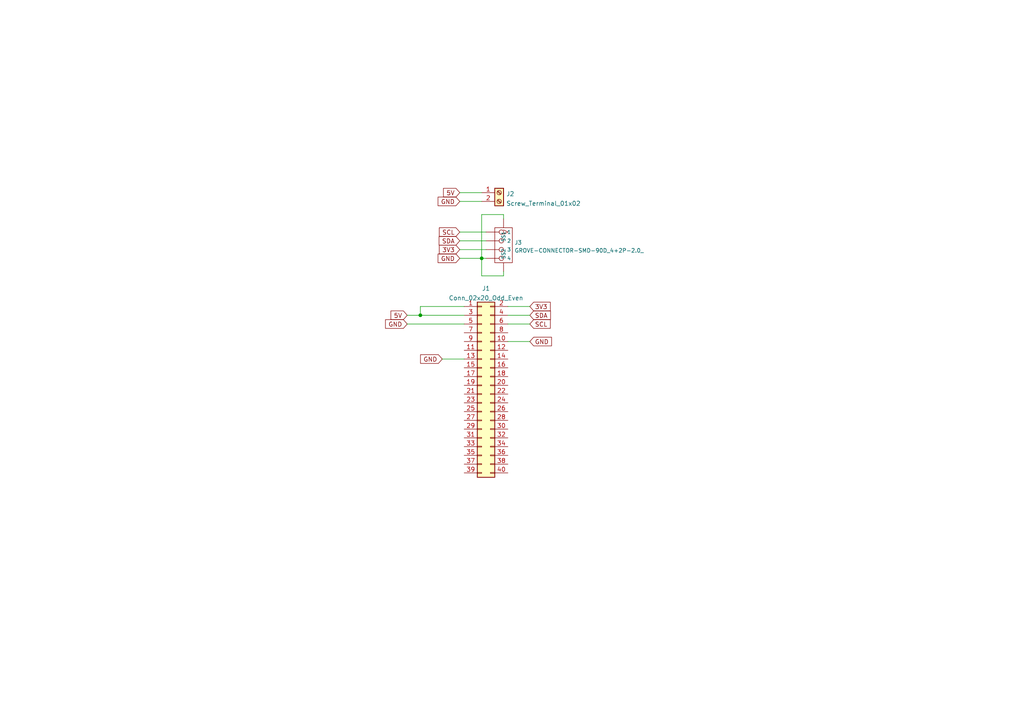
<source format=kicad_sch>
(kicad_sch (version 20211123) (generator eeschema)
  (paper "A4")
  (lib_symbols
    (symbol "Connector:Screw_Terminal_01x02" (pin_names (offset 1.016) hide)
      (property "Reference" "J" (at 0 2.54 0))
      (property "Value" "Screw_Terminal_01x02" (at 0 -5.08 0))
      (symbol "Screw_Terminal_01x02_1_1"
        (rectangle (start -1.27 1.27) (end 1.27 -3.81) (stroke (width 0.254)) (fill (type background)))
        (circle (center 0 -2.54) (radius 0.635) (stroke (width 0.1524)))
        (polyline (pts (xy -0.5334 -2.2098) (xy 0.3302 -3.048)) (stroke (width 0.1524)))
        (polyline (pts (xy -0.5334 0.3302) (xy 0.3302 -0.508)) (stroke (width 0.1524)))
        (polyline (pts (xy -0.3556 -2.032) (xy 0.508 -2.8702)) (stroke (width 0.1524)))
        (polyline (pts (xy -0.3556 0.508) (xy 0.508 -0.3302)) (stroke (width 0.1524)))
        (circle (center 0 0) (radius 0.635) (stroke (width 0.1524)))
        (pin passive line (at -5.08 0 0) (length 3.81) (name "Pin_1") (number "1"))
        (pin passive line (at -5.08 -2.54 0) (length 3.81) (name "Pin_2") (number "2"))
      )
    )
    (symbol "Connector_Generic:Conn_02x20_Odd_Even" (pin_names (offset 1.016) hide)
      (property "Reference" "J" (at 1.27 25.4 0))
      (property "Value" "Conn_02x20_Odd_Even" (at 1.27 -27.94 0))
      (symbol "Conn_02x20_Odd_Even_1_1"
        (rectangle (start -1.27 -25.273) (end 0 -25.527) (stroke (width 0.1524)))
        (rectangle (start -1.27 -22.733) (end 0 -22.987) (stroke (width 0.1524)))
        (rectangle (start -1.27 -20.193) (end 0 -20.447) (stroke (width 0.1524)))
        (rectangle (start -1.27 -17.653) (end 0 -17.907) (stroke (width 0.1524)))
        (rectangle (start -1.27 -15.113) (end 0 -15.367) (stroke (width 0.1524)))
        (rectangle (start -1.27 -12.573) (end 0 -12.827) (stroke (width 0.1524)))
        (rectangle (start -1.27 -10.033) (end 0 -10.287) (stroke (width 0.1524)))
        (rectangle (start -1.27 -7.493) (end 0 -7.747) (stroke (width 0.1524)))
        (rectangle (start -1.27 -4.953) (end 0 -5.207) (stroke (width 0.1524)))
        (rectangle (start -1.27 -2.413) (end 0 -2.667) (stroke (width 0.1524)))
        (rectangle (start -1.27 0.127) (end 0 -0.127) (stroke (width 0.1524)))
        (rectangle (start -1.27 2.667) (end 0 2.413) (stroke (width 0.1524)))
        (rectangle (start -1.27 5.207) (end 0 4.953) (stroke (width 0.1524)))
        (rectangle (start -1.27 7.747) (end 0 7.493) (stroke (width 0.1524)))
        (rectangle (start -1.27 10.287) (end 0 10.033) (stroke (width 0.1524)))
        (rectangle (start -1.27 12.827) (end 0 12.573) (stroke (width 0.1524)))
        (rectangle (start -1.27 15.367) (end 0 15.113) (stroke (width 0.1524)))
        (rectangle (start -1.27 17.907) (end 0 17.653) (stroke (width 0.1524)))
        (rectangle (start -1.27 20.447) (end 0 20.193) (stroke (width 0.1524)))
        (rectangle (start -1.27 22.987) (end 0 22.733) (stroke (width 0.1524)))
        (rectangle (start -1.27 24.13) (end 3.81 -26.67) (stroke (width 0.254)) (fill (type background)))
        (rectangle (start 3.81 -25.273) (end 2.54 -25.527) (stroke (width 0.1524)))
        (rectangle (start 3.81 -22.733) (end 2.54 -22.987) (stroke (width 0.1524)))
        (rectangle (start 3.81 -20.193) (end 2.54 -20.447) (stroke (width 0.1524)))
        (rectangle (start 3.81 -17.653) (end 2.54 -17.907) (stroke (width 0.1524)))
        (rectangle (start 3.81 -15.113) (end 2.54 -15.367) (stroke (width 0.1524)))
        (rectangle (start 3.81 -12.573) (end 2.54 -12.827) (stroke (width 0.1524)))
        (rectangle (start 3.81 -10.033) (end 2.54 -10.287) (stroke (width 0.1524)))
        (rectangle (start 3.81 -7.493) (end 2.54 -7.747) (stroke (width 0.1524)))
        (rectangle (start 3.81 -4.953) (end 2.54 -5.207) (stroke (width 0.1524)))
        (rectangle (start 3.81 -2.413) (end 2.54 -2.667) (stroke (width 0.1524)))
        (rectangle (start 3.81 0.127) (end 2.54 -0.127) (stroke (width 0.1524)))
        (rectangle (start 3.81 2.667) (end 2.54 2.413) (stroke (width 0.1524)))
        (rectangle (start 3.81 5.207) (end 2.54 4.953) (stroke (width 0.1524)))
        (rectangle (start 3.81 7.747) (end 2.54 7.493) (stroke (width 0.1524)))
        (rectangle (start 3.81 10.287) (end 2.54 10.033) (stroke (width 0.1524)))
        (rectangle (start 3.81 12.827) (end 2.54 12.573) (stroke (width 0.1524)))
        (rectangle (start 3.81 15.367) (end 2.54 15.113) (stroke (width 0.1524)))
        (rectangle (start 3.81 17.907) (end 2.54 17.653) (stroke (width 0.1524)))
        (rectangle (start 3.81 20.447) (end 2.54 20.193) (stroke (width 0.1524)))
        (rectangle (start 3.81 22.987) (end 2.54 22.733) (stroke (width 0.1524)))
        (pin passive line (at -5.08 22.86 0) (length 3.81) (name "Pin_1") (number "1"))
        (pin passive line (at 7.62 12.7 180) (length 3.81) (name "Pin_10") (number "10"))
        (pin passive line (at -5.08 10.16 0) (length 3.81) (name "Pin_11") (number "11"))
        (pin passive line (at 7.62 10.16 180) (length 3.81) (name "Pin_12") (number "12"))
        (pin passive line (at -5.08 7.62 0) (length 3.81) (name "Pin_13") (number "13"))
        (pin passive line (at 7.62 7.62 180) (length 3.81) (name "Pin_14") (number "14"))
        (pin passive line (at -5.08 5.08 0) (length 3.81) (name "Pin_15") (number "15"))
        (pin passive line (at 7.62 5.08 180) (length 3.81) (name "Pin_16") (number "16"))
        (pin passive line (at -5.08 2.54 0) (length 3.81) (name "Pin_17") (number "17"))
        (pin passive line (at 7.62 2.54 180) (length 3.81) (name "Pin_18") (number "18"))
        (pin passive line (at -5.08 0 0) (length 3.81) (name "Pin_19") (number "19"))
        (pin passive line (at 7.62 22.86 180) (length 3.81) (name "Pin_2") (number "2"))
        (pin passive line (at 7.62 0 180) (length 3.81) (name "Pin_20") (number "20"))
        (pin passive line (at -5.08 -2.54 0) (length 3.81) (name "Pin_21") (number "21"))
        (pin passive line (at 7.62 -2.54 180) (length 3.81) (name "Pin_22") (number "22"))
        (pin passive line (at -5.08 -5.08 0) (length 3.81) (name "Pin_23") (number "23"))
        (pin passive line (at 7.62 -5.08 180) (length 3.81) (name "Pin_24") (number "24"))
        (pin passive line (at -5.08 -7.62 0) (length 3.81) (name "Pin_25") (number "25"))
        (pin passive line (at 7.62 -7.62 180) (length 3.81) (name "Pin_26") (number "26"))
        (pin passive line (at -5.08 -10.16 0) (length 3.81) (name "Pin_27") (number "27"))
        (pin passive line (at 7.62 -10.16 180) (length 3.81) (name "Pin_28") (number "28"))
        (pin passive line (at -5.08 -12.7 0) (length 3.81) (name "Pin_29") (number "29"))
        (pin passive line (at -5.08 20.32 0) (length 3.81) (name "Pin_3") (number "3"))
        (pin passive line (at 7.62 -12.7 180) (length 3.81) (name "Pin_30") (number "30"))
        (pin passive line (at -5.08 -15.24 0) (length 3.81) (name "Pin_31") (number "31"))
        (pin passive line (at 7.62 -15.24 180) (length 3.81) (name "Pin_32") (number "32"))
        (pin passive line (at -5.08 -17.78 0) (length 3.81) (name "Pin_33") (number "33"))
        (pin passive line (at 7.62 -17.78 180) (length 3.81) (name "Pin_34") (number "34"))
        (pin passive line (at -5.08 -20.32 0) (length 3.81) (name "Pin_35") (number "35"))
        (pin passive line (at 7.62 -20.32 180) (length 3.81) (name "Pin_36") (number "36"))
        (pin passive line (at -5.08 -22.86 0) (length 3.81) (name "Pin_37") (number "37"))
        (pin passive line (at 7.62 -22.86 180) (length 3.81) (name "Pin_38") (number "38"))
        (pin passive line (at -5.08 -25.4 0) (length 3.81) (name "Pin_39") (number "39"))
        (pin passive line (at 7.62 20.32 180) (length 3.81) (name "Pin_4") (number "4"))
        (pin passive line (at 7.62 -25.4 180) (length 3.81) (name "Pin_40") (number "40"))
        (pin passive line (at -5.08 17.78 0) (length 3.81) (name "Pin_5") (number "5"))
        (pin passive line (at 7.62 17.78 180) (length 3.81) (name "Pin_6") (number "6"))
        (pin passive line (at -5.08 15.24 0) (length 3.81) (name "Pin_7") (number "7"))
        (pin passive line (at 7.62 15.24 180) (length 3.81) (name "Pin_8") (number "8"))
        (pin passive line (at -5.08 12.7 0) (length 3.81) (name "Pin_9") (number "9"))
      )
    )
    (symbol "OPL_Connector:GROVE-CONNECTOR-SMD-90D_4+2P-2.0_" (pin_numbers hide) (pin_names (offset 1.016))
      (property "Reference" "J" (at -7.62 6.35 0))
      (property "Value" "GROVE-CONNECTOR-SMD-90D_4+2P-2.0_" (at 1.27 6.35 0))
      (symbol "GROVE-CONNECTOR-SMD-90D_4+2P-2.0__1_0"
        (polyline (pts (xy -2.54 -5.08) (xy -2.54 5.08)))
        (polyline (pts (xy -2.54 5.08) (xy 2.54 5.08)))
        (polyline (pts (xy 2.54 -5.08) (xy -2.54 -5.08)))
        (polyline (pts (xy 2.54 5.08) (xy 2.54 -5.08)))
      )
      (symbol "GROVE-CONNECTOR-SMD-90D_4+2P-2.0__1_1"
        (pin bidirectional inverted_clock (at -5.08 3.81 0) (length 5.08) (name "1") (number "1"))
        (pin bidirectional inverted (at -5.08 1.27 0) (length 5.08) (name "2") (number "2"))
        (pin bidirectional inverted (at -5.08 -1.27 0) (length 5.08) (name "3") (number "3"))
        (pin bidirectional inverted (at -5.08 -3.81 0) (length 5.08) (name "4") (number "4"))
        (pin bidirectional line (at 0 7.62 270) (length 2.54) (name "SS1") (number "5"))
        (pin bidirectional line (at 0 -7.62 90) (length 2.54) (name "SS2") (number "6"))
      )
    )
  )
  (junction (at 121.92 91.44))
  (junction (at 139.7 74.93))
  (wire (pts (xy 139.7 74.93) (xy 139.7 62.23)))
  (wire (pts (xy 153.67 88.9) (xy 147.32 88.9)))
  (wire (pts (xy 134.62 104.14) (xy 128.27 104.14)))
  (wire (pts (xy 134.62 91.44) (xy 121.92 91.44)))
  (wire (pts (xy 133.35 58.42) (xy 139.7 58.42)))
  (wire (pts (xy 133.35 74.93) (xy 139.7 74.93)))
  (wire (pts (xy 146.05 62.23) (xy 146.05 63.5)))
  (wire (pts (xy 121.92 91.44) (xy 121.92 88.9)))
  (wire (pts (xy 153.67 91.44) (xy 147.32 91.44)))
  (wire (pts (xy 133.35 67.31) (xy 140.97 67.31)))
  (wire (pts (xy 146.05 80.01) (xy 146.05 78.74)))
  (wire (pts (xy 139.7 74.93) (xy 140.97 74.93)))
  (wire (pts (xy 147.32 99.06) (xy 153.67 99.06)))
  (wire (pts (xy 139.7 80.01) (xy 146.05 80.01)))
  (wire (pts (xy 133.35 69.85) (xy 140.97 69.85)))
  (wire (pts (xy 121.92 91.44) (xy 118.11 91.44)))
  (wire (pts (xy 133.35 55.88) (xy 139.7 55.88)))
  (wire (pts (xy 134.62 93.98) (xy 118.11 93.98)))
  (wire (pts (xy 121.92 88.9) (xy 134.62 88.9)))
  (wire (pts (xy 153.67 93.98) (xy 147.32 93.98)))
  (wire (pts (xy 133.35 72.39) (xy 140.97 72.39)))
  (wire (pts (xy 139.7 74.93) (xy 139.7 80.01)))
  (wire (pts (xy 139.7 62.23) (xy 146.05 62.23)))
  (global_label "GND" (shape input) (at 133.35 58.42 180) (property "Intersheet References" "${INTERSHEET_REFS}" (effects hide)))
  (global_label "SDA" (shape input) (at 133.35 69.85 180) (property "Intersheet References" "${INTERSHEET_REFS}" (effects hide)))
  (global_label "GND" (shape input) (at 128.27 104.14 180) (property "Intersheet References" "${INTERSHEET_REFS}" (effects hide)))
  (global_label "5V" (shape input) (at 133.35 55.88 180) (property "Intersheet References" "${INTERSHEET_REFS}" (effects hide)))
  (global_label "GND" (shape input) (at 153.67 99.06 0) (property "Intersheet References" "${INTERSHEET_REFS}" (effects hide)))
  (global_label "SCL" (shape input) (at 153.67 93.98 0) (property "Intersheet References" "${INTERSHEET_REFS}" (effects hide)))
  (global_label "SDA" (shape input) (at 153.67 91.44 0) (property "Intersheet References" "${INTERSHEET_REFS}" (effects hide)))
  (global_label "5V" (shape input) (at 118.11 91.44 180) (property "Intersheet References" "${INTERSHEET_REFS}" (effects hide)))
  (global_label "SCL" (shape input) (at 133.35 67.31 180) (property "Intersheet References" "${INTERSHEET_REFS}" (effects hide)))
  (global_label "3V3" (shape input) (at 133.35 72.39 180) (property "Intersheet References" "${INTERSHEET_REFS}" (effects hide)))
  (global_label "GND" (shape input) (at 118.11 93.98 180) (property "Intersheet References" "${INTERSHEET_REFS}" (effects hide)))
  (global_label "GND" (shape input) (at 133.35 74.93 180) (property "Intersheet References" "${INTERSHEET_REFS}" (effects hide)))
  (global_label "3V3" (shape input) (at 153.67 88.9 0) (property "Intersheet References" "${INTERSHEET_REFS}" (effects hide)))
  (symbol (lib_id "OPL_Connector:GROVE-CONNECTOR-SMD-90D_4+2P-2.0_") (at 146.05 71.12 0) (unit 1)
    (property "Reference" "J3" (at 149.225 70.3561 0) (effects (font (size 1.143 1.143)) (justify left)))
    (property "Value" "GROVE-CONNECTOR-SMD-90D_4+2P-2.0_" (at 149.225 72.6647 0) (effects (font (size 1.143 1.143)) (justify left)))
    (property "Footprint" "OPL_Connector:HW4-SMD-2.0-90D" (effects hide))
    (property "SKU" "320110032" (effects hide))
  )
  (symbol (lib_id "Connector:Screw_Terminal_01x02") (at 144.78 55.88 0) (unit 1)
    (property "Reference" "J2" (at 146.812 56.2415 0) (effects (justify left)))
    (property "Value" "Screw_Terminal_01x02" (at 146.812 59.0166 0) (effects (justify left)))
    (property "Footprint" "TerminalBlock_Phoenix:TerminalBlock_Phoenix_PT-1,5-2-3.5-H_1x02_P3.50mm_Horizontal" (effects hide))
  )
  (symbol (lib_id "Connector_Generic:Conn_02x20_Odd_Even") (at 139.7 111.76 0) (unit 1)
    (property "Reference" "J1" (at 140.97 83.6635 0))
    (property "Value" "Conn_02x20_Odd_Even" (at 140.97 86.4386 0))
    (property "Footprint" "Connector_PinSocket_2.54mm:PinSocket_2x20_P2.54mm_Vertical" (effects hide))
  )
)
</source>
